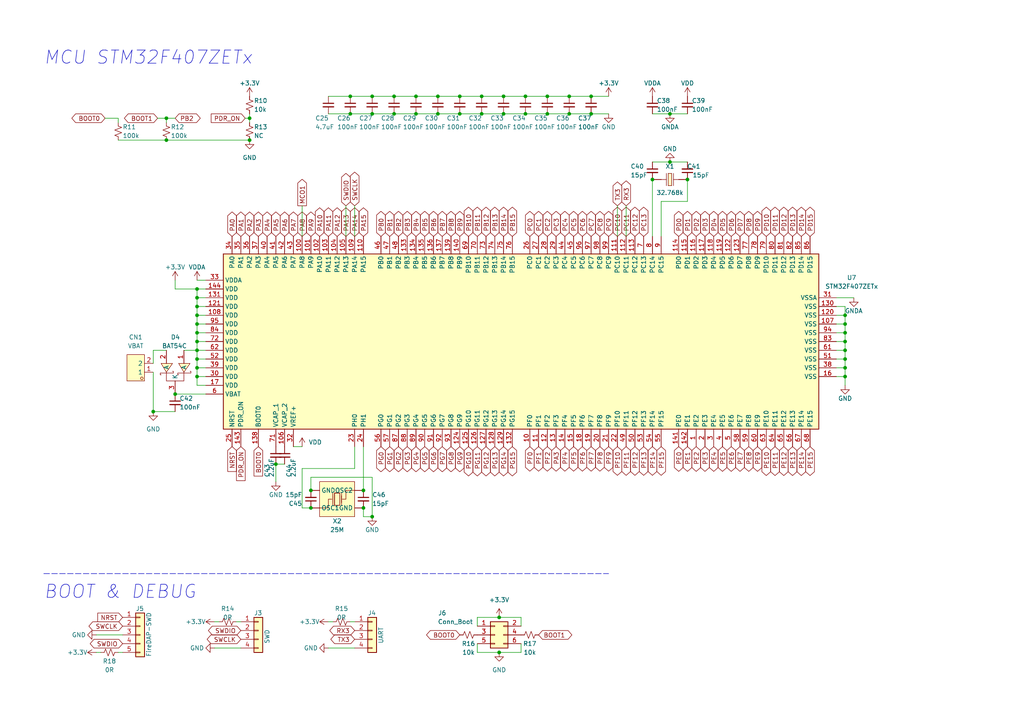
<source format=kicad_sch>
(kicad_sch (version 20211123) (generator eeschema)
  (paper "A4")
  (title_block (title "MCU,SWD,UART,BOOT") (date "2022-10-21") (rev "100") (company "A. Chen") (comment 1 "CCTV3_F407ZET_REV100"))
  (junction (at 107.95 33.02))
  (junction (at 107.95 149.86))
  (junction (at 120.65 27.94))
  (junction (at 57.15 88.9))
  (junction (at 152.4 27.94))
  (junction (at 57.15 96.52))
  (junction (at 57.15 93.98))
  (junction (at 165.1 27.94))
  (junction (at 72.39 34.29))
  (junction (at 57.15 99.06))
  (junction (at 146.05 27.94))
  (junction (at 245.11 104.14))
  (junction (at 44.45 119.38))
  (junction (at 90.17 147.32))
  (junction (at 245.11 101.6))
  (junction (at 133.35 33.02))
  (junction (at 57.15 109.22))
  (junction (at 107.95 27.94))
  (junction (at 245.11 96.52))
  (junction (at 101.6 33.02))
  (junction (at 57.15 86.36))
  (junction (at 133.35 27.94))
  (junction (at 127 33.02))
  (junction (at 90.17 142.24))
  (junction (at 105.41 147.32))
  (junction (at 194.31 46.99))
  (junction (at 101.6 27.94))
  (junction (at 50.8 114.3))
  (junction (at 152.4 33.02))
  (junction (at 114.3 27.94))
  (junction (at 120.65 33.02))
  (junction (at 139.7 33.02))
  (junction (at 245.11 106.68))
  (junction (at 48.26 40.64))
  (junction (at 105.41 142.24))
  (junction (at 194.31 33.02))
  (junction (at 146.05 33.02))
  (junction (at 144.78 179.07))
  (junction (at 171.45 27.94))
  (junction (at 139.7 27.94))
  (junction (at 127 27.94))
  (junction (at 245.11 93.98))
  (junction (at 165.1 33.02))
  (junction (at 245.11 91.44))
  (junction (at 72.39 40.64))
  (junction (at 158.75 33.02))
  (junction (at 245.11 109.22))
  (junction (at 144.78 189.23))
  (junction (at 199.39 52.07))
  (junction (at 171.45 33.02))
  (junction (at 57.15 106.68))
  (junction (at 57.15 91.44))
  (junction (at 57.15 101.6))
  (junction (at 48.26 34.29))
  (junction (at 57.15 83.82))
  (junction (at 57.15 104.14))
  (junction (at 245.11 99.06))
  (junction (at 114.3 33.02))
  (junction (at 189.23 52.07))
  (junction (at 80.01 134.62))
  (junction (at 158.75 27.94))
  (wire (pts (xy 95.25 180.34) (xy 96.52 180.34)))
  (wire (pts (xy 105.41 149.86) (xy 105.41 147.32)))
  (wire (pts (xy 158.75 27.94) (xy 165.1 27.94)))
  (wire (pts (xy 48.26 34.29) (xy 48.26 35.56)))
  (wire (pts (xy 114.3 33.02) (xy 120.65 33.02)))
  (wire (pts (xy 44.45 107.95) (xy 44.45 119.38)))
  (wire (pts (xy 62.23 180.34) (xy 63.5 180.34)))
  (wire (pts (xy 144.78 189.23) (xy 151.13 189.23)))
  (wire (pts (xy 114.3 27.94) (xy 120.65 27.94)))
  (wire (pts (xy 133.35 33.02) (xy 139.7 33.02)))
  (wire (pts (xy 50.8 83.82) (xy 57.15 83.82)))
  (wire (pts (xy 57.15 93.98) (xy 59.69 93.98)))
  (wire (pts (xy 34.29 40.64) (xy 48.26 40.64)))
  (wire (pts (xy 138.43 179.07) (xy 144.78 179.07)))
  (wire (pts (xy 68.58 180.34) (xy 69.85 180.34)))
  (wire (pts (xy 57.15 88.9) (xy 57.15 91.44)))
  (wire (pts (xy 199.39 58.42) (xy 199.39 52.07)))
  (wire (pts (xy 102.87 129.54) (xy 102.87 135.89)))
  (wire (pts (xy 107.95 33.02) (xy 114.3 33.02)))
  (wire (pts (xy 80.01 134.62) (xy 80.01 139.7)))
  (wire (pts (xy 189.23 52.07) (xy 189.23 68.58)))
  (wire (pts (xy 57.15 91.44) (xy 59.69 91.44)))
  (wire (pts (xy 194.31 33.02) (xy 199.39 33.02)))
  (wire (pts (xy 57.15 104.14) (xy 59.69 104.14)))
  (wire (pts (xy 57.15 93.98) (xy 57.15 96.52)))
  (wire (pts (xy 57.15 104.14) (xy 57.15 106.68)))
  (wire (pts (xy 189.23 46.99) (xy 194.31 46.99)))
  (wire (pts (xy 245.11 96.52) (xy 245.11 93.98)))
  (wire (pts (xy 87.63 59.69) (xy 87.63 68.58)))
  (wire (pts (xy 245.11 91.44) (xy 245.11 88.9)))
  (wire (pts (xy 107.95 138.43) (xy 107.95 149.86)))
  (wire (pts (xy 85.09 129.54) (xy 87.63 129.54)))
  (wire (pts (xy 245.11 93.98) (xy 242.57 93.98)))
  (wire (pts (xy 245.11 109.22) (xy 245.11 106.68)))
  (wire (pts (xy 57.15 88.9) (xy 59.69 88.9)))
  (wire (pts (xy 138.43 186.69) (xy 138.43 189.23)))
  (wire (pts (xy 101.6 27.94) (xy 107.95 27.94)))
  (wire (pts (xy 57.15 99.06) (xy 57.15 101.6)))
  (wire (pts (xy 27.94 184.15) (xy 35.56 184.15)))
  (wire (pts (xy 34.29 189.23) (xy 35.56 189.23)))
  (wire (pts (xy 105.41 129.54) (xy 105.41 142.24)))
  (wire (pts (xy 95.25 187.96) (xy 102.87 187.96)))
  (wire (pts (xy 57.15 86.36) (xy 59.69 86.36)))
  (wire (pts (xy 245.11 88.9) (xy 242.57 88.9)))
  (wire (pts (xy 245.11 99.06) (xy 242.57 99.06)))
  (wire (pts (xy 101.6 33.02) (xy 107.95 33.02)))
  (wire (pts (xy 57.15 96.52) (xy 57.15 99.06)))
  (wire (pts (xy 165.1 27.94) (xy 171.45 27.94)))
  (wire (pts (xy 194.31 33.02) (xy 189.23 33.02)))
  (wire (pts (xy 57.15 81.28) (xy 59.69 81.28)))
  (wire (pts (xy 101.6 180.34) (xy 102.87 180.34)))
  (wire (pts (xy 57.15 96.52) (xy 59.69 96.52)))
  (wire (pts (xy 245.11 104.14) (xy 245.11 101.6)))
  (wire (pts (xy 27.94 189.23) (xy 29.21 189.23)))
  (wire (pts (xy 57.15 99.06) (xy 59.69 99.06)))
  (wire (pts (xy 57.15 83.82) (xy 57.15 86.36)))
  (wire (pts (xy 44.45 119.38) (xy 50.8 119.38)))
  (wire (pts (xy 57.15 101.6) (xy 57.15 104.14)))
  (wire (pts (xy 95.25 27.94) (xy 101.6 27.94)))
  (wire (pts (xy 48.26 34.29) (xy 45.72 34.29)))
  (wire (pts (xy 57.15 111.76) (xy 59.69 111.76)))
  (wire (pts (xy 57.15 106.68) (xy 57.15 109.22)))
  (wire (pts (xy 57.15 101.6) (xy 59.69 101.6)))
  (wire (pts (xy 245.11 106.68) (xy 242.57 106.68)))
  (wire (pts (xy 95.25 33.02) (xy 101.6 33.02)))
  (wire (pts (xy 245.11 109.22) (xy 242.57 109.22)))
  (wire (pts (xy 107.95 149.86) (xy 105.41 149.86)))
  (wire (pts (xy 100.33 59.69) (xy 100.33 68.58)))
  (wire (pts (xy 146.05 27.94) (xy 152.4 27.94)))
  (polyline (pts (xy 12.7 166.37) (xy 176.53 166.37)))
  (wire (pts (xy 158.75 33.02) (xy 165.1 33.02)))
  (wire (pts (xy 120.65 33.02) (xy 127 33.02)))
  (wire (pts (xy 152.4 27.94) (xy 158.75 27.94)))
  (wire (pts (xy 53.34 101.6) (xy 57.15 101.6)))
  (wire (pts (xy 151.13 179.07) (xy 151.13 181.61)))
  (wire (pts (xy 50.8 34.29) (xy 48.26 34.29)))
  (wire (pts (xy 245.11 99.06) (xy 245.11 96.52)))
  (wire (pts (xy 71.12 34.29) (xy 72.39 34.29)))
  (wire (pts (xy 133.35 27.94) (xy 139.7 27.94)))
  (wire (pts (xy 139.7 27.94) (xy 146.05 27.94)))
  (wire (pts (xy 179.07 59.69) (xy 179.07 68.58)))
  (wire (pts (xy 138.43 189.23) (xy 144.78 189.23)))
  (wire (pts (xy 87.63 135.89) (xy 87.63 147.32)))
  (wire (pts (xy 57.15 91.44) (xy 57.15 93.98)))
  (wire (pts (xy 127 27.94) (xy 133.35 27.94)))
  (wire (pts (xy 44.45 101.6) (xy 44.45 105.41)))
  (wire (pts (xy 87.63 147.32) (xy 90.17 147.32)))
  (wire (pts (xy 50.8 81.28) (xy 50.8 83.82)))
  (wire (pts (xy 72.39 34.29) (xy 72.39 35.56)))
  (wire (pts (xy 191.77 58.42) (xy 199.39 58.42)))
  (wire (pts (xy 107.95 27.94) (xy 114.3 27.94)))
  (wire (pts (xy 245.11 106.68) (xy 245.11 104.14)))
  (wire (pts (xy 127 33.02) (xy 133.35 33.02)))
  (wire (pts (xy 144.78 179.07) (xy 151.13 179.07)))
  (wire (pts (xy 90.17 142.24) (xy 90.17 138.43)))
  (wire (pts (xy 57.15 109.22) (xy 59.69 109.22)))
  (wire (pts (xy 151.13 189.23) (xy 151.13 186.69)))
  (wire (pts (xy 245.11 93.98) (xy 245.11 91.44)))
  (wire (pts (xy 44.45 101.6) (xy 48.26 101.6)))
  (wire (pts (xy 152.4 33.02) (xy 158.75 33.02)))
  (wire (pts (xy 171.45 33.02) (xy 176.53 33.02)))
  (wire (pts (xy 120.65 27.94) (xy 127 27.94)))
  (wire (pts (xy 102.87 59.69) (xy 102.87 68.58)))
  (wire (pts (xy 72.39 33.02) (xy 72.39 34.29)))
  (wire (pts (xy 50.8 114.3) (xy 59.69 114.3)))
  (wire (pts (xy 57.15 83.82) (xy 59.69 83.82)))
  (wire (pts (xy 242.57 86.36) (xy 247.65 86.36)))
  (wire (pts (xy 57.15 86.36) (xy 57.15 88.9)))
  (wire (pts (xy 34.29 34.29) (xy 34.29 35.56)))
  (wire (pts (xy 245.11 91.44) (xy 242.57 91.44)))
  (wire (pts (xy 245.11 99.06) (xy 245.11 101.6)))
  (wire (pts (xy 139.7 33.02) (xy 146.05 33.02)))
  (wire (pts (xy 90.17 138.43) (xy 107.95 138.43)))
  (wire (pts (xy 57.15 106.68) (xy 59.69 106.68)))
  (wire (pts (xy 245.11 109.22) (xy 245.11 111.76)))
  (wire (pts (xy 245.11 96.52) (xy 242.57 96.52)))
  (wire (pts (xy 62.23 187.96) (xy 69.85 187.96)))
  (wire (pts (xy 48.26 40.64) (xy 72.39 40.64)))
  (wire (pts (xy 146.05 33.02) (xy 152.4 33.02)))
  (wire (pts (xy 245.11 101.6) (xy 242.57 101.6)))
  (wire (pts (xy 138.43 181.61) (xy 138.43 179.07)))
  (wire (pts (xy 165.1 33.02) (xy 171.45 33.02)))
  (wire (pts (xy 245.11 104.14) (xy 242.57 104.14)))
  (wire (pts (xy 102.87 135.89) (xy 87.63 135.89)))
  (wire (pts (xy 191.77 58.42) (xy 191.77 68.58)))
  (wire (pts (xy 194.31 46.99) (xy 199.39 46.99)))
  (wire (pts (xy 171.45 27.94) (xy 176.53 27.94)))
  (wire (pts (xy 181.61 59.69) (xy 181.61 68.58)))
  (wire (pts (xy 57.15 109.22) (xy 57.15 111.76)))
  (wire (pts (xy 30.48 34.29) (xy 34.29 34.29)))
  (wire (pts (xy 80.01 134.62) (xy 82.55 134.62)))
  (text "BOOT & DEBUG" (at 12.7 173.99 0) (effects (font (size 3.81 3.81) italic) (justify left bottom)))
  (text "MCU STM32F407ZETx" (at 12.7 19.05 0) (effects (font (size 3.81 3.81) italic) (justify left bottom)))
  (global_label "PA12" (shape bidirectional) (at 97.79 68.58 90) (property "Intersheet References" "${INTERSHEET_REFS}" (effects hide)))
  (global_label "PG5" (shape bidirectional) (at 123.19 129.54 270) (property "Intersheet References" "${INTERSHEET_REFS}" (effects hide)))
  (global_label "PE14" (shape bidirectional) (at 232.41 129.54 270) (property "Intersheet References" "${INTERSHEET_REFS}" (effects hide)))
  (global_label "PG13" (shape bidirectional) (at 143.51 129.54 270) (property "Intersheet References" "${INTERSHEET_REFS}" (effects hide)))
  (global_label "PE10" (shape bidirectional) (at 222.25 129.54 270) (property "Intersheet References" "${INTERSHEET_REFS}" (effects hide)))
  (global_label "PD8" (shape bidirectional) (at 217.17 68.58 90) (property "Intersheet References" "${INTERSHEET_REFS}" (effects hide)))
  (global_label "PE2" (shape bidirectional) (at 201.93 129.54 270) (property "Intersheet References" "${INTERSHEET_REFS}" (effects hide)))
  (global_label "NRST" (shape input) (at 35.56 179.07 180) (property "Intersheet References" "${INTERSHEET_REFS}" (effects hide)))
  (global_label "SWDIO" (shape bidirectional) (at 35.56 186.69 180) (property "Intersheet References" "${INTERSHEET_REFS}" (effects hide)))
  (global_label "PA2" (shape bidirectional) (at 72.39 68.58 90) (property "Intersheet References" "${INTERSHEET_REFS}" (effects hide)))
  (global_label "PD13" (shape bidirectional) (at 229.87 68.58 90) (property "Intersheet References" "${INTERSHEET_REFS}" (effects hide)))
  (global_label "PF0" (shape bidirectional) (at 153.67 129.54 270) (property "Intersheet References" "${INTERSHEET_REFS}" (effects hide)))
  (global_label "PA13" (shape bidirectional) (at 100.33 68.58 90) (property "Intersheet References" "${INTERSHEET_REFS}" (effects hide)))
  (global_label "PB5" (shape bidirectional) (at 123.19 68.58 90) (property "Intersheet References" "${INTERSHEET_REFS}" (effects hide)))
  (global_label "PE12" (shape bidirectional) (at 227.33 129.54 270) (property "Intersheet References" "${INTERSHEET_REFS}" (effects hide)))
  (global_label "PD2" (shape bidirectional) (at 201.93 68.58 90) (property "Intersheet References" "${INTERSHEET_REFS}" (effects hide)))
  (global_label "PD4" (shape bidirectional) (at 207.01 68.58 90) (property "Intersheet References" "${INTERSHEET_REFS}" (effects hide)))
  (global_label "PE7" (shape bidirectional) (at 214.63 129.54 270) (property "Intersheet References" "${INTERSHEET_REFS}" (effects hide)))
  (global_label "PDR_ON" (shape input) (at 71.12 34.29 180) (property "Intersheet References" "${INTERSHEET_REFS}" (effects hide)))
  (global_label "PA3" (shape bidirectional) (at 74.93 68.58 90) (property "Intersheet References" "${INTERSHEET_REFS}" (effects hide)))
  (global_label "PB3" (shape bidirectional) (at 118.11 68.58 90) (property "Intersheet References" "${INTERSHEET_REFS}" (effects hide)))
  (global_label "PB10" (shape bidirectional) (at 135.89 68.58 90) (property "Intersheet References" "${INTERSHEET_REFS}" (effects hide)))
  (global_label "TX3" (shape bidirectional) (at 179.07 59.69 90) (property "Intersheet References" "${INTERSHEET_REFS}" (effects hide)))
  (global_label "PB12" (shape bidirectional) (at 140.97 68.58 90) (property "Intersheet References" "${INTERSHEET_REFS}" (effects hide)))
  (global_label "PC12" (shape bidirectional) (at 184.15 68.58 90) (property "Intersheet References" "${INTERSHEET_REFS}" (effects hide)))
  (global_label "PC9" (shape bidirectional) (at 176.53 68.58 90) (property "Intersheet References" "${INTERSHEET_REFS}" (effects hide)))
  (global_label "BOOT1" (shape bidirectional) (at 156.21 184.15 0) (property "Intersheet References" "${INTERSHEET_REFS}" (effects hide)))
  (global_label "PF13" (shape bidirectional) (at 186.69 129.54 270) (property "Intersheet References" "${INTERSHEET_REFS}" (effects hide)))
  (global_label "PG6" (shape bidirectional) (at 125.73 129.54 270) (property "Intersheet References" "${INTERSHEET_REFS}" (effects hide)))
  (global_label "PF6" (shape bidirectional) (at 168.91 129.54 270) (property "Intersheet References" "${INTERSHEET_REFS}" (effects hide)))
  (global_label "PD12" (shape bidirectional) (at 227.33 68.58 90) (property "Intersheet References" "${INTERSHEET_REFS}" (effects hide)))
  (global_label "PE3" (shape bidirectional) (at 204.47 129.54 270) (property "Intersheet References" "${INTERSHEET_REFS}" (effects hide)))
  (global_label "PC10" (shape bidirectional) (at 179.07 68.58 90) (property "Intersheet References" "${INTERSHEET_REFS}" (effects hide)))
  (global_label "PC13" (shape bidirectional) (at 186.69 68.58 90) (property "Intersheet References" "${INTERSHEET_REFS}" (effects hide)))
  (global_label "PD5" (shape bidirectional) (at 209.55 68.58 90) (property "Intersheet References" "${INTERSHEET_REFS}" (effects hide)))
  (global_label "PF9" (shape bidirectional) (at 176.53 129.54 270) (property "Intersheet References" "${INTERSHEET_REFS}" (effects hide)))
  (global_label "MCO1" (shape output) (at 87.63 59.69 90) (property "Intersheet References" "${INTERSHEET_REFS}" (effects hide)))
  (global_label "PG12" (shape bidirectional) (at 140.97 129.54 270) (property "Intersheet References" "${INTERSHEET_REFS}" (effects hide)))
  (global_label "PC0" (shape bidirectional) (at 153.67 68.58 90) (property "Intersheet References" "${INTERSHEET_REFS}" (effects hide)))
  (global_label "PA4" (shape bidirectional) (at 77.47 68.58 90) (property "Intersheet References" "${INTERSHEET_REFS}" (effects hide)))
  (global_label "PF2" (shape bidirectional) (at 158.75 129.54 270) (property "Intersheet References" "${INTERSHEET_REFS}" (effects hide)))
  (global_label "PD15" (shape bidirectional) (at 234.95 68.58 90) (property "Intersheet References" "${INTERSHEET_REFS}" (effects hide)))
  (global_label "PB2" (shape bidirectional) (at 50.8 34.29 0) (property "Intersheet References" "${INTERSHEET_REFS}" (effects hide)))
  (global_label "PD3" (shape bidirectional) (at 204.47 68.58 90) (property "Intersheet References" "${INTERSHEET_REFS}" (effects hide)))
  (global_label "PE15" (shape bidirectional) (at 234.95 129.54 270) (property "Intersheet References" "${INTERSHEET_REFS}" (effects hide)))
  (global_label "PDR_ON" (shape input) (at 69.85 129.54 270) (property "Intersheet References" "${INTERSHEET_REFS}" (effects hide)))
  (global_label "PD11" (shape bidirectional) (at 224.79 68.58 90) (property "Intersheet References" "${INTERSHEET_REFS}" (effects hide)))
  (global_label "PG4" (shape bidirectional) (at 120.65 129.54 270) (property "Intersheet References" "${INTERSHEET_REFS}" (effects hide)))
  (global_label "PB9" (shape bidirectional) (at 133.35 68.58 90) (property "Intersheet References" "${INTERSHEET_REFS}" (effects hide)))
  (global_label "PE1" (shape bidirectional) (at 199.39 129.54 270) (property "Intersheet References" "${INTERSHEET_REFS}" (effects hide)))
  (global_label "PF14" (shape bidirectional) (at 189.23 129.54 270) (property "Intersheet References" "${INTERSHEET_REFS}" (effects hide)))
  (global_label "PD0" (shape bidirectional) (at 196.85 68.58 90) (property "Intersheet References" "${INTERSHEET_REFS}" (effects hide)))
  (global_label "SWDIO" (shape bidirectional) (at 100.33 59.69 90) (property "Intersheet References" "${INTERSHEET_REFS}" (effects hide)))
  (global_label "PF10" (shape bidirectional) (at 179.07 129.54 270) (property "Intersheet References" "${INTERSHEET_REFS}" (effects hide)))
  (global_label "PG3" (shape bidirectional) (at 118.11 129.54 270) (property "Intersheet References" "${INTERSHEET_REFS}" (effects hide)))
  (global_label "PA5" (shape bidirectional) (at 80.01 68.58 90) (property "Intersheet References" "${INTERSHEET_REFS}" (effects hide)))
  (global_label "PC5" (shape bidirectional) (at 166.37 68.58 90) (property "Intersheet References" "${INTERSHEET_REFS}" (effects hide)))
  (global_label "PC6" (shape bidirectional) (at 168.91 68.58 90) (property "Intersheet References" "${INTERSHEET_REFS}" (effects hide)))
  (global_label "PG8" (shape bidirectional) (at 130.81 129.54 270) (property "Intersheet References" "${INTERSHEET_REFS}" (effects hide)))
  (global_label "PF4" (shape bidirectional) (at 163.83 129.54 270) (property "Intersheet References" "${INTERSHEET_REFS}" (effects hide)))
  (global_label "BOOT0" (shape input) (at 74.93 129.54 270) (property "Intersheet References" "${INTERSHEET_REFS}" (effects hide)))
  (global_label "PG0" (shape bidirectional) (at 110.49 129.54 270) (property "Intersheet References" "${INTERSHEET_REFS}" (effects hide)))
  (global_label "PD7" (shape bidirectional) (at 214.63 68.58 90) (property "Intersheet References" "${INTERSHEET_REFS}" (effects hide)))
  (global_label "SWDIO" (shape bidirectional) (at 69.85 182.88 180) (property "Intersheet References" "${INTERSHEET_REFS}" (effects hide)))
  (global_label "PD6" (shape bidirectional) (at 212.09 68.58 90) (property "Intersheet References" "${INTERSHEET_REFS}" (effects hide)))
  (global_label "SWCLK" (shape bidirectional) (at 35.56 181.61 180) (property "Intersheet References" "${INTERSHEET_REFS}" (effects hide)))
  (global_label "PB13" (shape bidirectional) (at 143.51 68.58 90) (property "Intersheet References" "${INTERSHEET_REFS}" (effects hide)))
  (global_label "PA1" (shape bidirectional) (at 69.85 68.58 90) (property "Intersheet References" "${INTERSHEET_REFS}" (effects hide)))
  (global_label "PF12" (shape bidirectional) (at 184.15 129.54 270) (property "Intersheet References" "${INTERSHEET_REFS}" (effects hide)))
  (global_label "PF15" (shape bidirectional) (at 191.77 129.54 270) (property "Intersheet References" "${INTERSHEET_REFS}" (effects hide)))
  (global_label "PA10" (shape bidirectional) (at 92.71 68.58 90) (property "Intersheet References" "${INTERSHEET_REFS}" (effects hide)))
  (global_label "BOOT1" (shape bidirectional) (at 45.72 34.29 180) (property "Intersheet References" "${INTERSHEET_REFS}" (effects hide)))
  (global_label "PA9" (shape bidirectional) (at 90.17 68.58 90) (property "Intersheet References" "${INTERSHEET_REFS}" (effects hide)))
  (global_label "PA6" (shape bidirectional) (at 82.55 68.58 90) (property "Intersheet References" "${INTERSHEET_REFS}" (effects hide)))
  (global_label "PG7" (shape bidirectional) (at 128.27 129.54 270) (property "Intersheet References" "${INTERSHEET_REFS}" (effects hide)))
  (global_label "PE6" (shape bidirectional) (at 212.09 129.54 270) (property "Intersheet References" "${INTERSHEET_REFS}" (effects hide)))
  (global_label "PB7" (shape bidirectional) (at 128.27 68.58 90) (property "Intersheet References" "${INTERSHEET_REFS}" (effects hide)))
  (global_label "PC11" (shape bidirectional) (at 181.61 68.58 90) (property "Intersheet References" "${INTERSHEET_REFS}" (effects hide)))
  (global_label "PF5" (shape bidirectional) (at 166.37 129.54 270) (property "Intersheet References" "${INTERSHEET_REFS}" (effects hide)))
  (global_label "PD1" (shape bidirectional) (at 199.39 68.58 90) (property "Intersheet References" "${INTERSHEET_REFS}" (effects hide)))
  (global_label "PG10" (shape bidirectional) (at 135.89 129.54 270) (property "Intersheet References" "${INTERSHEET_REFS}" (effects hide)))
  (global_label "PB0" (shape bidirectional) (at 110.49 68.58 90) (property "Intersheet References" "${INTERSHEET_REFS}" (effects hide)))
  (global_label "PF7" (shape bidirectional) (at 171.45 129.54 270) (property "Intersheet References" "${INTERSHEET_REFS}" (effects hide)))
  (global_label "SWCLK" (shape bidirectional) (at 69.85 185.42 180) (property "Intersheet References" "${INTERSHEET_REFS}" (effects hide)))
  (global_label "PB1" (shape bidirectional) (at 113.03 68.58 90) (property "Intersheet References" "${INTERSHEET_REFS}" (effects hide)))
  (global_label "PC8" (shape bidirectional) (at 173.99 68.58 90) (property "Intersheet References" "${INTERSHEET_REFS}" (effects hide)))
  (global_label "PD14" (shape bidirectional) (at 232.41 68.58 90) (property "Intersheet References" "${INTERSHEET_REFS}" (effects hide)))
  (global_label "PA0" (shape bidirectional) (at 67.31 68.58 90) (property "Intersheet References" "${INTERSHEET_REFS}" (effects hide)))
  (global_label "PB8" (shape bidirectional) (at 130.81 68.58 90) (property "Intersheet References" "${INTERSHEET_REFS}" (effects hide)))
  (global_label "PB15" (shape bidirectional) (at 148.59 68.58 90) (property "Intersheet References" "${INTERSHEET_REFS}" (effects hide)))
  (global_label "TX3" (shape bidirectional) (at 102.87 185.42 180) (property "Intersheet References" "${INTERSHEET_REFS}" (effects hide)))
  (global_label "PE9" (shape bidirectional) (at 219.71 129.54 270) (property "Intersheet References" "${INTERSHEET_REFS}" (effects hide)))
  (global_label "PB4" (shape bidirectional) (at 120.65 68.58 90) (property "Intersheet References" "${INTERSHEET_REFS}" (effects hide)))
  (global_label "PG14" (shape bidirectional) (at 146.05 129.54 270) (property "Intersheet References" "${INTERSHEET_REFS}" (effects hide)))
  (global_label "PA7" (shape bidirectional) (at 85.09 68.58 90) (property "Intersheet References" "${INTERSHEET_REFS}" (effects hide)))
  (global_label "PE4" (shape bidirectional) (at 207.01 129.54 270) (property "Intersheet References" "${INTERSHEET_REFS}" (effects hide)))
  (global_label "PB14" (shape bidirectional) (at 146.05 68.58 90) (property "Intersheet References" "${INTERSHEET_REFS}" (effects hide)))
  (global_label "PB2" (shape bidirectional) (at 115.57 68.58 90) (property "Intersheet References" "${INTERSHEET_REFS}" (effects hide)))
  (global_label "PC4" (shape bidirectional) (at 163.83 68.58 90) (property "Intersheet References" "${INTERSHEET_REFS}" (effects hide)))
  (global_label "NRST" (shape input) (at 67.31 129.54 270) (property "Intersheet References" "${INTERSHEET_REFS}" (effects hide)))
  (global_label "PD9" (shape bidirectional) (at 219.71 68.58 90) (property "Intersheet References" "${INTERSHEET_REFS}" (effects hide)))
  (global_label "RX3" (shape bidirectional) (at 181.61 59.69 90) (property "Intersheet References" "${INTERSHEET_REFS}" (effects hide)))
  (global_label "PA3" (shape bidirectional) (at 161.29 129.54 270) (property "Intersheet References" "${INTERSHEET_REFS}" (effects hide)))
  (global_label "PF8" (shape bidirectional) (at 173.99 129.54 270) (property "Intersheet References" "${INTERSHEET_REFS}" (effects hide)))
  (global_label "PF11" (shape bidirectional) (at 181.61 129.54 270) (property "Intersheet References" "${INTERSHEET_REFS}" (effects hide)))
  (global_label "PG11" (shape bidirectional) (at 138.43 129.54 270) (property "Intersheet References" "${INTERSHEET_REFS}" (effects hide)))
  (global_label "PA15" (shape bidirectional) (at 105.41 68.58 90) (property "Intersheet References" "${INTERSHEET_REFS}" (effects hide)))
  (global_label "BOOT0" (shape bidirectional) (at 133.35 184.15 180) (property "Intersheet References" "${INTERSHEET_REFS}" (effects hide)))
  (global_label "RX3" (shape bidirectional) (at 102.87 182.88 180) (property "Intersheet References" "${INTERSHEET_REFS}" (effects hide)))
  (global_label "PC1" (shape bidirectional) (at 156.21 68.58 90) (property "Intersheet References" "${INTERSHEET_REFS}" (effects hide)))
  (global_label "PC7" (shape bidirectional) (at 171.45 68.58 90) (property "Intersheet References" "${INTERSHEET_REFS}" (effects hide)))
  (global_label "PD10" (shape bidirectional) (at 222.25 68.58 90) (property "Intersheet References" "${INTERSHEET_REFS}" (effects hide)))
  (global_label "PG2" (shape bidirectional) (at 115.57 129.54 270) (property "Intersheet References" "${INTERSHEET_REFS}" (effects hide)))
  (global_label "PE8" (shape bidirectional) (at 217.17 129.54 270) (property "Intersheet References" "${INTERSHEET_REFS}" (effects hide)))
  (global_label "PB6" (shape bidirectional) (at 125.73 68.58 90) (property "Intersheet References" "${INTERSHEET_REFS}" (effects hide)))
  (global_label "PA11" (shape bidirectional) (at 95.25 68.58 90) (property "Intersheet References" "${INTERSHEET_REFS}" (effects hide)))
  (global_label "PE0" (shape bidirectional) (at 196.85 129.54 270) (property "Intersheet References" "${INTERSHEET_REFS}" (effects hide)))
  (global_label "PE5" (shape bidirectional) (at 209.55 129.54 270) (property "Intersheet References" "${INTERSHEET_REFS}" (effects hide)))
  (global_label "SWCLK" (shape bidirectional) (at 102.87 59.69 90) (property "Intersheet References" "${INTERSHEET_REFS}" (effects hide)))
  (global_label "PE13" (shape bidirectional) (at 229.87 129.54 270) (property "Intersheet References" "${INTERSHEET_REFS}" (effects hide)))
  (global_label "PA8" (shape bidirectional) (at 87.63 68.58 90) (property "Intersheet References" "${INTERSHEET_REFS}" (effects hide)))
  (global_label "PC3" (shape bidirectional) (at 161.29 68.58 90) (property "Intersheet References" "${INTERSHEET_REFS}" (effects hide)))
  (global_label "PF1" (shape bidirectional) (at 156.21 129.54 270) (property "Intersheet References" "${INTERSHEET_REFS}" (effects hide)))
  (global_label "PB11" (shape bidirectional) (at 138.43 68.58 90) (property "Intersheet References" "${INTERSHEET_REFS}" (effects hide)))
  (global_label "PC2" (shape bidirectional) (at 158.75 68.58 90) (property "Intersheet References" "${INTERSHEET_REFS}" (effects hide)))
  (global_label "PG1" (shape bidirectional) (at 113.03 129.54 270) (property "Intersheet References" "${INTERSHEET_REFS}" (effects hide)))
  (global_label "PE11" (shape bidirectional) (at 224.79 129.54 270) (property "Intersheet References" "${INTERSHEET_REFS}" (effects hide)))
  (global_label "PG15" (shape bidirectional) (at 148.59 129.54 270) (property "Intersheet References" "${INTERSHEET_REFS}" (effects hide)))
  (global_label "PA14" (shape bidirectional) (at 102.87 68.58 90) (property "Intersheet References" "${INTERSHEET_REFS}" (effects hide)))
  (global_label "PG9" (shape bidirectional) (at 133.35 129.54 270) (property "Intersheet References" "${INTERSHEET_REFS}" (effects hide)))
  (global_label "BOOT0" (shape bidirectional) (at 30.48 34.29 180) (property "Intersheet References" "${INTERSHEET_REFS}" (effects hide)))
  (symbol (lib_id "power:+3.3V") (at 50.8 81.28 0) (unit 1)
    (property "Reference" "#PWR0140" (effects hide))
    (property "Value" "+3.3V" (at 50.8 77.47 0))
  )
  (symbol (lib_id "power:GND") (at 44.45 119.38 0) (unit 1)
    (property "Reference" "#PWR0138" (effects hide))
    (property "Value" "GND" (at 44.45 124.46 0))
  )
  (symbol (lib_id "lcsc_parts:Res") (at 31.75 189.23 270) (unit 1)
    (property "Reference" "R18" (at 31.75 191.77 90))
    (property "Value" "0R" (at 31.75 194.31 90))
    (property "Footprint" "lcsc_parts:R0603" (effects hide))
    (property "LCSC Part" "TBD" (effects hide))
  )
  (symbol (lib_id "lcsc_parts:Res") (at 99.06 180.34 270) (unit 1)
    (property "Reference" "R15" (at 99.06 176.53 90))
    (property "Value" "0R" (at 99.06 179.07 90))
    (property "Footprint" "lcsc_parts:R0603" (effects hide))
    (property "LCSC Part" "TBD" (effects hide))
  )
  (symbol (lib_id "power:GND") (at 107.95 149.86 0) (unit 1)
    (property "Reference" "#PWR0142" (effects hide))
    (property "Value" "GND" (at 107.95 153.67 0))
  )
  (symbol (lib_id "lcsc_parts:Cap") (at 80.01 132.08 0) (unit 1)
    (property "Reference" "C43" (at 77.47 138.43 90) (effects (justify left)))
    (property "Value" "2.2uF" (at 78.74 138.43 90) (effects (justify left)))
    (property "Footprint" "lcsc_parts:C0603" (effects hide))
    (property "Voltage" "16V" (effects hide))
    (property "LCSC Part" "TBD" (effects hide))
  )
  (symbol (lib_id "lcsc_parts:Res") (at 72.39 30.48 0) (unit 1)
    (property "Reference" "R10" (at 73.66 29.21 0) (effects (justify left)))
    (property "Value" "10k" (at 73.66 31.75 0) (effects (justify left)))
    (property "Footprint" "lcsc_parts:R0603" (effects hide))
    (property "LCSC Part" "TBD" (effects hide))
  )
  (symbol (lib_id "power:GND") (at 27.94 184.15 270) (unit 1)
    (property "Reference" "#PWR0150" (effects hide))
    (property "Value" "GND" (at 22.86 184.15 90))
  )
  (symbol (lib_id "power:GND") (at 80.01 139.7 0) (unit 1)
    (property "Reference" "#PWR0143" (effects hide))
    (property "Value" "GND" (at 80.01 143.51 0))
  )
  (symbol (lib_id "power:GNDA") (at 247.65 86.36 0) (unit 1)
    (property "Reference" "#PWR0153" (effects hide))
    (property "Value" "GNDA" (at 247.65 90.17 0))
  )
  (symbol (lib_id "Connector_Generic:Conn_01x04") (at 74.93 182.88 0) (unit 1)
    (property "Reference" "J3" (at 73.66 177.8 0) (effects (justify left)))
    (property "Value" "SWD" (at 77.47 186.69 90) (effects (justify left)))
    (property "Footprint" "Connector_PinHeader_2.54mm:PinHeader_1x04_P2.54mm_Vertical" (effects hide))
  )
  (symbol (lib_id "lcsc_parts:Cap") (at 114.3 30.48 0) (unit 1)
    (property "Reference" "C28" (at 110.49 34.29 0) (effects (justify left)))
    (property "Value" "100nF" (at 110.49 36.83 0) (effects (justify left)))
    (property "Footprint" "lcsc_parts:C0603" (effects hide))
    (property "Voltage" "50V" (effects hide))
    (property "LCSC Part" "TBD" (effects hide))
  )
  (symbol (lib_id "lcsc_parts:Cap") (at 105.41 144.78 0) (unit 1)
    (property "Reference" "C46" (at 107.95 143.51 0) (effects (justify left)))
    (property "Value" "15pF" (at 107.95 146.05 0) (effects (justify left)))
    (property "Footprint" "lcsc_parts:C0603" (effects hide))
    (property "Voltage" "50V" (effects hide))
    (property "LCSC Part" "TBD" (effects hide))
  )
  (symbol (lib_id "lcsc_parts:Res") (at 135.89 184.15 270) (unit 1)
    (property "Reference" "R16" (at 135.89 186.69 90))
    (property "Value" "10k" (at 135.89 189.23 90))
    (property "Footprint" "lcsc_parts:R0603" (effects hide))
    (property "LCSC Part" "TBD" (effects hide))
  )
  (symbol (lib_id "power:+3.3V") (at 72.39 27.94 0) (unit 1)
    (property "Reference" "#PWR0160" (effects hide))
    (property "Value" "+3.3V" (at 72.39 24.13 0))
  )
  (symbol (lib_id "Connector_Generic:Conn_01x04") (at 107.95 182.88 0) (unit 1)
    (property "Reference" "J4" (at 106.68 177.8 0) (effects (justify left)))
    (property "Value" "UART" (at 110.49 186.69 90) (effects (justify left)))
    (property "Footprint" "Connector_PinHeader_2.54mm:PinHeader_1x04_P2.54mm_Vertical" (effects hide))
  )
  (symbol (lib_id "lcsc_parts:Cap") (at 127 30.48 0) (unit 1)
    (property "Reference" "C30" (at 123.19 34.29 0) (effects (justify left)))
    (property "Value" "100nF" (at 123.19 36.83 0) (effects (justify left)))
    (property "Footprint" "lcsc_parts:C0603" (effects hide))
    (property "Voltage" "50V" (effects hide))
    (property "LCSC Part" "TBD" (effects hide))
  )
  (symbol (lib_id "power:GND") (at 176.53 33.02 0) (unit 1)
    (property "Reference" "#PWR0151" (effects hide))
    (property "Value" "GND" (at 176.53 36.83 0))
  )
  (symbol (lib_id "lcsc_parts:Cap") (at 158.75 30.48 0) (unit 1)
    (property "Reference" "C35" (at 154.94 34.29 0) (effects (justify left)))
    (property "Value" "100nF" (at 154.94 36.83 0) (effects (justify left)))
    (property "Footprint" "lcsc_parts:C0603" (effects hide))
    (property "Voltage" "50V" (effects hide))
    (property "LCSC Part" "TBD" (effects hide))
  )
  (symbol (lib_id "power:GND") (at 95.25 187.96 270) (unit 1)
    (property "Reference" "#PWR0148" (effects hide))
    (property "Value" "GND" (at 90.17 187.96 90))
  )
  (symbol (lib_id "lcsc_parts:Cap") (at 199.39 30.48 0) (unit 1)
    (property "Reference" "C39" (at 200.66 29.21 0) (effects (justify left)))
    (property "Value" "100nF" (at 200.66 31.75 0) (effects (justify left)))
    (property "Footprint" "lcsc_parts:C0603" (effects hide))
    (property "Voltage" "25V" (effects hide))
    (property "LCSC Part" "TBD" (effects hide))
  )
  (symbol (lib_id "power:GND") (at 62.23 187.96 270) (unit 1)
    (property "Reference" "#PWR0144" (effects hide))
    (property "Value" "GND" (at 57.15 187.96 90))
  )
  (symbol (lib_id "lcsc_parts:Cap") (at 189.23 30.48 0) (unit 1)
    (property "Reference" "C38" (at 190.5 29.21 0) (effects (justify left)))
    (property "Value" "100nF" (at 190.5 31.75 0) (effects (justify left)))
    (property "Footprint" "lcsc_parts:C0603" (effects hide))
    (property "Voltage" "25V" (effects hide))
    (property "LCSC Part" "TBD" (effects hide))
  )
  (symbol (lib_id "lcsc_parts:Cap") (at 107.95 30.48 0) (unit 1)
    (property "Reference" "C27" (at 104.14 34.29 0) (effects (justify left)))
    (property "Value" "100nF" (at 104.14 36.83 0) (effects (justify left)))
    (property "Footprint" "lcsc_parts:C0603" (effects hide))
    (property "Voltage" "50V" (effects hide))
    (property "LCSC Part" "TBD" (effects hide))
  )
  (symbol (lib_id "power:VREF") (at 87.63 129.54 0) (unit 1)
    (property "Reference" "#PWR0152" (effects hide))
    (property "Value" "VREF" (at 91.44 128.27 0))
  )
  (symbol (lib_id "lcsc_parts:Cap") (at 152.4 30.48 0) (unit 1)
    (property "Reference" "C34" (at 148.59 34.29 0) (effects (justify left)))
    (property "Value" "100nF" (at 148.59 36.83 0) (effects (justify left)))
    (property "Footprint" "lcsc_parts:C0603" (effects hide))
    (property "Voltage" "50V" (effects hide))
    (property "LCSC Part" "TBD" (effects hide))
  )
  (symbol (lib_id "power:VDDA") (at 57.15 81.28 0) (unit 1)
    (property "Reference" "#PWR0141" (effects hide))
    (property "Value" "VDDA" (at 57.15 77.47 0))
  )
  (symbol (lib_id "Connector_Generic:Conn_02x03_Odd_Even") (at 143.51 184.15 0) (unit 1)
    (property "Reference" "J6" (at 128.27 177.8 0))
    (property "Value" "Conn_Boot" (at 132.08 180.34 0))
    (property "Footprint" "Connector_PinHeader_2.54mm:PinHeader_2x03_P2.54mm_Vertical" (effects hide))
  )
  (symbol (lib_id "lcsc_parts:Cap") (at 120.65 30.48 0) (unit 1)
    (property "Reference" "C29" (at 116.84 34.29 0) (effects (justify left)))
    (property "Value" "100nF" (at 116.84 36.83 0) (effects (justify left)))
    (property "Footprint" "lcsc_parts:C0603" (effects hide))
    (property "Voltage" "50V" (effects hide))
    (property "LCSC Part" "TBD" (effects hide))
  )
  (symbol (lib_id "lcsc_parts:Cap") (at 165.1 30.48 0) (unit 1)
    (property "Reference" "C36" (at 161.29 34.29 0) (effects (justify left)))
    (property "Value" "100nF" (at 161.29 36.83 0) (effects (justify left)))
    (property "Footprint" "lcsc_parts:C0603" (effects hide))
    (property "Voltage" "50V" (effects hide))
    (property "LCSC Part" "TBD" (effects hide))
  )
  (symbol (lib_id "lcsc_parts:Cap") (at 146.05 30.48 0) (unit 1)
    (property "Reference" "C33" (at 142.24 34.29 0) (effects (justify left)))
    (property "Value" "100nF" (at 142.24 36.83 0) (effects (justify left)))
    (property "Footprint" "lcsc_parts:C0603" (effects hide))
    (property "Voltage" "50V" (effects hide))
    (property "LCSC Part" "TBD" (effects hide))
  )
  (symbol (lib_id "lcsc_parts:Cap") (at 139.7 30.48 0) (unit 1)
    (property "Reference" "C32" (at 135.89 34.29 0) (effects (justify left)))
    (property "Value" "100nF" (at 135.89 36.83 0) (effects (justify left)))
    (property "Footprint" "lcsc_parts:C0603" (effects hide))
    (property "Voltage" "50V" (effects hide))
    (property "LCSC Part" "TBD" (effects hide))
  )
  (symbol (lib_id "lcsc_parts:Res") (at 48.26 38.1 0) (unit 1)
    (property "Reference" "R12" (at 49.53 36.83 0) (effects (justify left)))
    (property "Value" "100k" (at 49.53 39.37 0) (effects (justify left)))
    (property "Footprint" "lcsc_parts:R0603" (effects hide))
    (property "LCSC Part" "TBD" (effects hide))
  )
  (symbol (lib_id "power:+3.3V") (at 144.78 179.07 0) (unit 1)
    (property "Reference" "#PWR0139" (effects hide))
    (property "Value" "+3.3V" (at 144.78 173.99 0))
  )
  (symbol (lib_id "power:+3.3V") (at 176.53 27.94 0) (unit 1)
    (property "Reference" "#PWR0155" (effects hide))
    (property "Value" "+3.3V" (at 176.53 24.13 0))
  )
  (symbol (lib_id "power:+3.3V") (at 62.23 180.34 90) (unit 1)
    (property "Reference" "#PWR0145" (effects hide))
    (property "Value" "+3.3V" (at 59.69 180.34 90) (effects (justify left)))
  )
  (symbol (lib_id "power:GNDA") (at 194.31 33.02 0) (unit 1)
    (property "Reference" "#PWR0157" (effects hide))
    (property "Value" "GNDA" (at 194.31 36.83 0))
  )
  (symbol (lib_id "lcsc_parts:Cap") (at 189.23 49.53 0) (unit 1)
    (property "Reference" "C40" (at 182.88 48.26 0) (effects (justify left)))
    (property "Value" "15pF" (at 182.88 50.8 0) (effects (justify left)))
    (property "Footprint" "lcsc_parts:C0603" (effects hide))
    (property "Voltage" "16V" (effects hide))
    (property "LCSC Part" "TBD" (effects hide))
  )
  (symbol (lib_id "lcsc_parts:Cap") (at 199.39 49.53 180) (unit 1)
    (property "Reference" "C41" (at 203.2 48.26 0) (effects (justify left)))
    (property "Value" "15pF" (at 205.74 50.8 0) (effects (justify left)))
    (property "Footprint" "lcsc_parts:C0603" (effects hide))
    (property "Voltage" "16V" (effects hide))
    (property "LCSC Part" "TBD" (effects hide))
  )
  (symbol (lib_id "lcsc_parts:0530470210") (at 40.64 106.68 180) (unit 1)
    (property "Reference" "CN1" (at 39.37 97.79 0))
    (property "Value" "VBAT" (at 39.37 100.33 0))
    (property "Footprint" "lcsc_parts:CONN-TH_0530470210" (effects hide))
    (property "Datasheet" "https://lcsc.com/product-detail/Connectors_MOLEX_0530470210_Connectors-2P-1-25mm-Straight-line-1_C114130.html" (effects hide))
    (property "Manufacturer" "MOLEX" (effects hide))
    (property "LCSC Part" "C114130" (effects hide))
    (property "JLC Part" "Extended Part" (effects hide))
  )
  (symbol (lib_id "power:GND") (at 72.39 40.64 0) (unit 1)
    (property "Reference" "#PWR0161" (effects hide))
    (property "Value" "GND" (at 72.39 45.72 0))
  )
  (symbol (lib_id "lcsc_parts:Res") (at 72.39 38.1 0) (unit 1)
    (property "Reference" "R13" (at 73.66 36.83 0) (effects (justify left)))
    (property "Value" "NC" (at 73.66 39.37 0) (effects (justify left)))
    (property "Footprint" "lcsc_parts:R0603" (effects hide))
    (property "LCSC Part" "TBD" (effects hide))
  )
  (symbol (lib_id "lcsc_parts:Cap") (at 101.6 30.48 0) (unit 1)
    (property "Reference" "C26" (at 97.79 34.29 0) (effects (justify left)))
    (property "Value" "100nF" (at 97.79 36.83 0) (effects (justify left)))
    (property "Footprint" "lcsc_parts:C0603" (effects hide))
    (property "Voltage" "50V" (effects hide))
    (property "LCSC Part" "TBD" (effects hide))
  )
  (symbol (lib_id "lcsc_parts:Cap") (at 90.17 144.78 180) (unit 1)
    (property "Reference" "C45" (at 87.63 146.05 0) (effects (justify left)))
    (property "Value" "15pF" (at 87.63 143.51 0) (effects (justify left)))
    (property "Footprint" "lcsc_parts:C0603" (effects hide))
    (property "Voltage" "50V" (effects hide))
    (property "LCSC Part" "TBD" (effects hide))
  )
  (symbol (lib_id "lcsc_parts:Cap") (at 171.45 30.48 0) (unit 1)
    (property "Reference" "C37" (at 167.64 34.29 0) (effects (justify left)))
    (property "Value" "100nF" (at 167.64 36.83 0) (effects (justify left)))
    (property "Footprint" "lcsc_parts:C0603" (effects hide))
    (property "Voltage" "50V" (effects hide))
    (property "LCSC Part" "TBD" (effects hide))
  )
  (symbol (lib_id "power:VREF") (at 199.39 27.94 0) (unit 1)
    (property "Reference" "#PWR0158" (effects hide))
    (property "Value" "VREF" (at 199.39 24.13 0))
  )
  (symbol (lib_id "Connector_Generic:Conn_01x05") (at 40.64 184.15 0) (unit 1)
    (property "Reference" "J5" (at 39.37 176.53 0) (effects (justify left)))
    (property "Value" "FireDAP-SWD" (at 43.18 190.5 90) (effects (justify left)))
    (property "Footprint" "Connector_PinHeader_2.54mm:PinHeader_1x05_P2.54mm_Vertical" (effects hide))
  )
  (symbol (lib_id "power:GND") (at 245.11 111.76 0) (unit 1)
    (property "Reference" "#PWR0154" (effects hide))
    (property "Value" "GND" (at 245.11 115.57 0))
  )
  (symbol (lib_id "lcsc_parts:Cap") (at 95.25 30.48 0) (unit 1)
    (property "Reference" "C25" (at 91.44 34.29 0) (effects (justify left)))
    (property "Value" "4.7uF" (at 91.44 36.83 0) (effects (justify left)))
    (property "Footprint" "lcsc_parts:C0603" (effects hide))
    (property "Voltage" "16V" (effects hide))
    (property "LCSC Part" "TBD" (effects hide))
  )
  (symbol (lib_id "lcsc_parts:Cap") (at 133.35 30.48 0) (unit 1)
    (property "Reference" "C31" (at 129.54 34.29 0) (effects (justify left)))
    (property "Value" "100nF" (at 129.54 36.83 0) (effects (justify left)))
    (property "Footprint" "lcsc_parts:C0603" (effects hide))
    (property "Voltage" "50V" (effects hide))
    (property "LCSC Part" "TBD" (effects hide))
  )
  (symbol (lib_id "lcsc_parts:Cap") (at 50.8 116.84 0) (unit 1)
    (property "Reference" "C42" (at 52.07 115.57 0) (effects (justify left)))
    (property "Value" "100nF" (at 52.07 118.11 0) (effects (justify left)))
    (property "Footprint" "lcsc_parts:C0603" (effects hide))
    (property "Voltage" "25V" (effects hide))
    (property "LCSC Part" "TBD" (effects hide))
  )
  (symbol (lib_id "power:+3.3V") (at 27.94 189.23 90) (unit 1)
    (property "Reference" "#PWR0149" (effects hide))
    (property "Value" "+3.3V" (at 25.4 189.23 90) (effects (justify left)))
  )
  (symbol (lib_id "power:VDDA") (at 189.23 27.94 0) (unit 1)
    (property "Reference" "#PWR0159" (effects hide))
    (property "Value" "VDDA" (at 189.23 24.13 0))
  )
  (symbol (lib_id "lcsc_parts:Osc_32768_12.5pF") (at 194.31 52.07 0) (unit 1)
    (property "Reference" "X1" (at 194.31 48.26 0))
    (property "Value" "32.768k" (at 194.31 55.88 0))
    (property "Footprint" "lcsc_parts:FC-135R_L3.2-W1.5" (effects hide))
    (property "Datasheet" "https://lcsc.com/product-detail/SMD-Crystals_EPSON_Q13FC1350000400_32-768KHz-20ppm-12-5pF_C32346.html" (effects hide))
    (property "Manufacturer" "EPSON" (effects hide))
    (property "LCSC Part" "C32346" (effects hide))
    (property "JLC Part" "Basic Part" (effects hide))
    (property "Load Cap" "12.5pF" (effects hide))
  )
  (symbol (lib_id "lcsc_parts:Res") (at 153.67 184.15 270) (unit 1)
    (property "Reference" "R17" (at 153.67 186.69 90))
    (property "Value" "10k" (at 153.67 189.23 90))
    (property "Footprint" "lcsc_parts:R0603" (effects hide))
    (property "LCSC Part" "TBD" (effects hide))
  )
  (symbol (lib_id "MCU_ST_STM32F4:STM32F407ZETx") (at 151.13 99.06 90) (unit 1)
    (property "Reference" "U7" (at 247.015 80.5305 90))
    (property "Value" "STM32F407ZETx" (at 247.015 83.0705 90))
    (property "Footprint" "Package_QFP:LQFP-144_20x20mm_P0.5mm" (effects hide))
    (property "Datasheet" "http://www.st.com/st-web-ui/static/active/en/resource/technical/document/datasheet/DM00037051.pdf" (effects hide))
  )
  (symbol (lib_id "lcsc_parts:Osc_25M_12pF") (at 97.79 144.78 0) (unit 1)
    (property "Reference" "X2" (at 97.79 151.13 0))
    (property "Value" "25M" (at 97.79 153.67 0))
    (property "Footprint" "lcsc_parts:OSC-SMD_4P-L3.2-W2.5-BL" (effects hide))
    (property "Datasheet" "https://lcsc.com/product-detail/SMD-Crystals_YSX321SL-25MHZ-12PF-10PPM-40-85_C9006.html" (effects hide))
    (property "Manufacturer" "YXC" (effects hide))
    (property "LCSC Part" "C9006" (effects hide))
    (property "JLC Part" "Basic Part" (effects hide))
    (property "Model" "X322525MOB4SI" (effects hide))
    (property "Load Cap" "12pF" (effects hide))
  )
  (symbol (lib_id "power:+3.3V") (at 95.25 180.34 90) (unit 1)
    (property "Reference" "#PWR0147" (effects hide))
    (property "Value" "+3.3V" (at 92.71 180.34 90) (effects (justify left)))
  )
  (symbol (lib_id "lcsc_parts:Res") (at 66.04 180.34 270) (unit 1)
    (property "Reference" "R14" (at 66.04 176.53 90))
    (property "Value" "0R" (at 66.04 179.07 90))
    (property "Footprint" "lcsc_parts:R0603" (effects hide))
    (property "LCSC Part" "TBD" (effects hide))
  )
  (symbol (lib_id "lcsc_parts:BAT54C,215") (at 50.8 107.95 270) (unit 1)
    (property "Reference" "D4" (at 49.53 97.79 90) (effects (justify left)))
    (property "Value" "BAT54C" (at 46.99 100.33 90) (effects (justify left)))
    (property "Footprint" "lcsc_parts:SOT-23-3_L2.9-W1.6-P1.90-LS2.8-BR" (effects hide))
    (property "Datasheet" "https://lcsc.com/product-detail/Schottky-Barrier-Diodes-SBD_NXP_BAT54C-215_BAT54C-215_C37704.html" (effects hide))
    (property "Manufacturer" "Nexperia" (effects hide))
    (property "LCSC Part" "C37704" (effects hide))
    (property "JLC Part" "Basic Part" (effects hide))
  )
  (symbol (lib_id "power:GND") (at 144.78 189.23 0) (unit 1)
    (property "Reference" "#PWR0146" (effects hide))
    (property "Value" "GND" (at 144.78 194.31 0))
  )
  (symbol (lib_id "lcsc_parts:Cap") (at 82.55 132.08 0) (unit 1)
    (property "Reference" "C44" (at 83.82 138.43 90) (effects (justify left)))
    (property "Value" "2.2uF" (at 85.09 138.43 90) (effects (justify left)))
    (property "Footprint" "lcsc_parts:C0603" (effects hide))
    (property "Voltage" "16V" (effects hide))
    (property "LCSC Part" "TBD" (effects hide))
  )
  (symbol (lib_id "lcsc_parts:Res") (at 34.29 38.1 0) (unit 1)
    (property "Reference" "R11" (at 35.56 36.83 0) (effects (justify left)))
    (property "Value" "100k" (at 35.56 39.37 0) (effects (justify left)))
    (property "Footprint" "lcsc_parts:R0603" (effects hide))
    (property "LCSC Part" "TBD" (effects hide))
  )
  (symbol (lib_id "power:GND") (at 194.31 46.99 180) (unit 1)
    (property "Reference" "#PWR0156" (effects hide))
    (property "Value" "GND" (at 194.31 43.18 0))
  )
)
</source>
